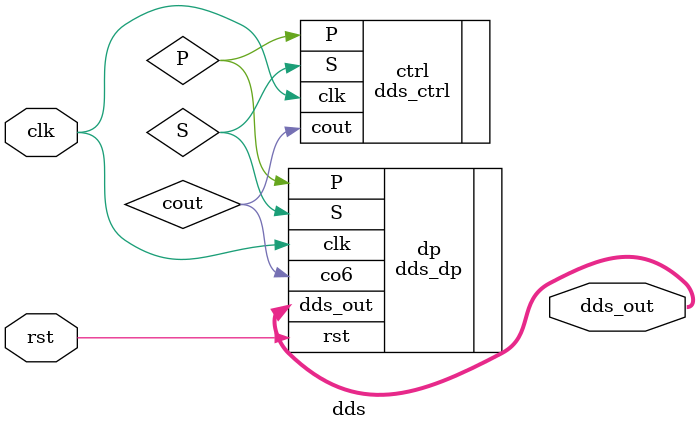
<source format=v>
module dds(
input wire clk, rst,
output [7:0] dds_out 
);

wire S, P, cout;

dds_dp dp(
    .clk(clk),
    .rst(rst),
    .S(S),
    .P(P),
    .co6(cout),
    .dds_out(dds_out)
);
dds_ctrl ctrl(
    .clk(clk),
    .cout(cout),
    .S(S),
    .P(P)
);

endmodule
</source>
